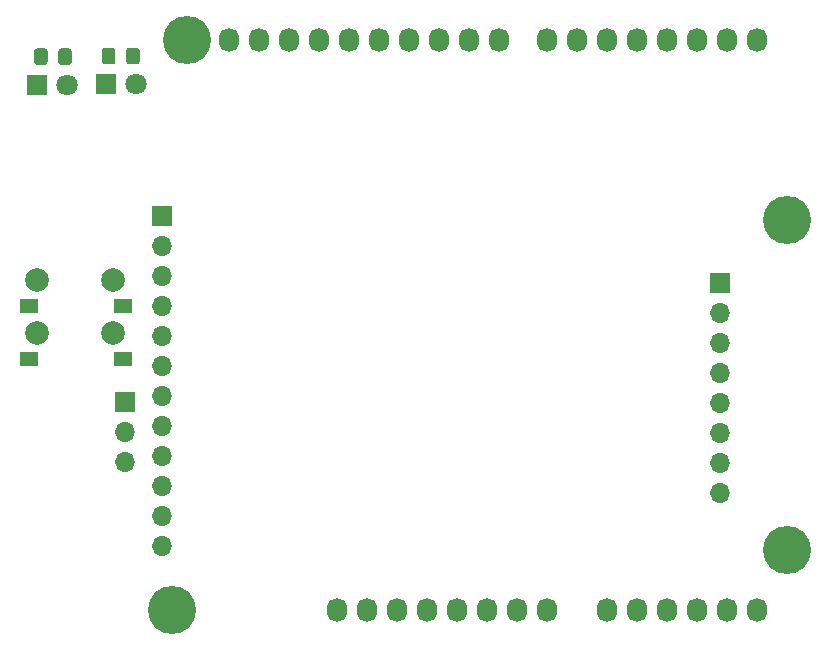
<source format=gbr>
%TF.GenerationSoftware,KiCad,Pcbnew,(5.1.10)-1*%
%TF.CreationDate,2022-03-02T00:29:21+08:00*%
%TF.ProjectId,r71ram_uno,72373172-616d-45f7-956e-6f2e6b696361,rev?*%
%TF.SameCoordinates,Original*%
%TF.FileFunction,Soldermask,Top*%
%TF.FilePolarity,Negative*%
%FSLAX46Y46*%
G04 Gerber Fmt 4.6, Leading zero omitted, Abs format (unit mm)*
G04 Created by KiCad (PCBNEW (5.1.10)-1) date 2022-03-02 00:29:21*
%MOMM*%
%LPD*%
G01*
G04 APERTURE LIST*
%ADD10O,1.700000X1.700000*%
%ADD11R,1.700000X1.700000*%
%ADD12R,1.550000X1.300000*%
%ADD13C,2.000000*%
%ADD14C,1.800000*%
%ADD15R,1.800000X1.800000*%
%ADD16O,1.727200X2.032000*%
%ADD17C,4.064000*%
G04 APERTURE END LIST*
D10*
%TO.C,J3*%
X120973000Y-111370000D03*
X120973000Y-108830000D03*
D11*
X120973000Y-106290000D03*
%TD*%
D12*
%TO.C,SW11*%
X120823000Y-102590000D03*
X120823000Y-98090000D03*
X112873000Y-98090000D03*
X112873000Y-102590000D03*
%TD*%
%TO.C,D21*%
G36*
G01*
X121098000Y-77415001D02*
X121098000Y-76514999D01*
G75*
G02*
X121347999Y-76265000I249999J0D01*
G01*
X121998001Y-76265000D01*
G75*
G02*
X122248000Y-76514999I0J-249999D01*
G01*
X122248000Y-77415001D01*
G75*
G02*
X121998001Y-77665000I-249999J0D01*
G01*
X121347999Y-77665000D01*
G75*
G02*
X121098000Y-77415001I0J249999D01*
G01*
G37*
G36*
G01*
X119048000Y-77415001D02*
X119048000Y-76514999D01*
G75*
G02*
X119297999Y-76265000I249999J0D01*
G01*
X119948001Y-76265000D01*
G75*
G02*
X120198000Y-76514999I0J-249999D01*
G01*
X120198000Y-77415001D01*
G75*
G02*
X119948001Y-77665000I-249999J0D01*
G01*
X119297999Y-77665000D01*
G75*
G02*
X119048000Y-77415001I0J249999D01*
G01*
G37*
%TD*%
%TO.C,D11*%
G36*
G01*
X115348000Y-77465001D02*
X115348000Y-76564999D01*
G75*
G02*
X115597999Y-76315000I249999J0D01*
G01*
X116248001Y-76315000D01*
G75*
G02*
X116498000Y-76564999I0J-249999D01*
G01*
X116498000Y-77465001D01*
G75*
G02*
X116248001Y-77715000I-249999J0D01*
G01*
X115597999Y-77715000D01*
G75*
G02*
X115348000Y-77465001I0J249999D01*
G01*
G37*
G36*
G01*
X113298000Y-77465001D02*
X113298000Y-76564999D01*
G75*
G02*
X113547999Y-76315000I249999J0D01*
G01*
X114198001Y-76315000D01*
G75*
G02*
X114448000Y-76564999I0J-249999D01*
G01*
X114448000Y-77465001D01*
G75*
G02*
X114198001Y-77715000I-249999J0D01*
G01*
X113547999Y-77715000D01*
G75*
G02*
X113298000Y-77465001I0J249999D01*
G01*
G37*
%TD*%
D13*
%TO.C,SW1*%
X120023000Y-95890000D03*
X120023000Y-100390000D03*
X113523000Y-95890000D03*
X113523000Y-100390000D03*
%TD*%
D14*
%TO.C,D2*%
X121938000Y-79365000D03*
D15*
X119398000Y-79365000D03*
%TD*%
D14*
%TO.C,D1*%
X116088000Y-79415000D03*
D15*
X113548000Y-79415000D03*
%TD*%
D10*
%TO.C,J2*%
X171398000Y-113945000D03*
X171398000Y-111405000D03*
X171398000Y-108865000D03*
X171398000Y-106325000D03*
X171398000Y-103785000D03*
X171398000Y-101245000D03*
X171398000Y-98705000D03*
D11*
X171398000Y-96165000D03*
%TD*%
D10*
%TO.C,J1*%
X124098000Y-118405000D03*
X124098000Y-115865000D03*
X124098000Y-113325000D03*
X124098000Y-110785000D03*
X124098000Y-108245000D03*
X124098000Y-105705000D03*
X124098000Y-103165000D03*
X124098000Y-100625000D03*
X124098000Y-98085000D03*
X124098000Y-95545000D03*
X124098000Y-93005000D03*
D11*
X124098000Y-90465000D03*
%TD*%
D16*
%TO.C,P1*%
X138938000Y-123825000D03*
X141478000Y-123825000D03*
X144018000Y-123825000D03*
X146558000Y-123825000D03*
X149098000Y-123825000D03*
X151638000Y-123825000D03*
X154178000Y-123825000D03*
X156718000Y-123825000D03*
%TD*%
%TO.C,P2*%
X161798000Y-123825000D03*
X164338000Y-123825000D03*
X166878000Y-123825000D03*
X169418000Y-123825000D03*
X171958000Y-123825000D03*
X174498000Y-123825000D03*
%TD*%
%TO.C,P3*%
X129794000Y-75565000D03*
X132334000Y-75565000D03*
X134874000Y-75565000D03*
X137414000Y-75565000D03*
X139954000Y-75565000D03*
X142494000Y-75565000D03*
X145034000Y-75565000D03*
X147574000Y-75565000D03*
X150114000Y-75565000D03*
X152654000Y-75565000D03*
%TD*%
%TO.C,P4*%
X156718000Y-75565000D03*
X159258000Y-75565000D03*
X161798000Y-75565000D03*
X164338000Y-75565000D03*
X166878000Y-75565000D03*
X169418000Y-75565000D03*
X171958000Y-75565000D03*
X174498000Y-75565000D03*
%TD*%
D17*
%TO.C,P5*%
X124968000Y-123825000D03*
%TD*%
%TO.C,P6*%
X177038000Y-118745000D03*
%TD*%
%TO.C,P7*%
X126238000Y-75565000D03*
%TD*%
%TO.C,P8*%
X177038000Y-90805000D03*
%TD*%
M02*

</source>
